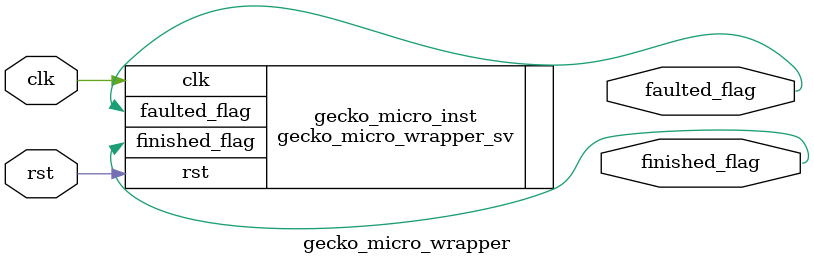
<source format=v>
module gecko_micro_wrapper(
    input wire clk, rst,
    output wire faulted_flag, finished_flag
);

    gecko_micro_wrapper_sv gecko_micro_inst(
        .clk(clk), 
        .rst(rst), 
        .faulted_flag(faulted_flag), 
        .finished_flag(finished_flag)
    );

endmodule
</source>
